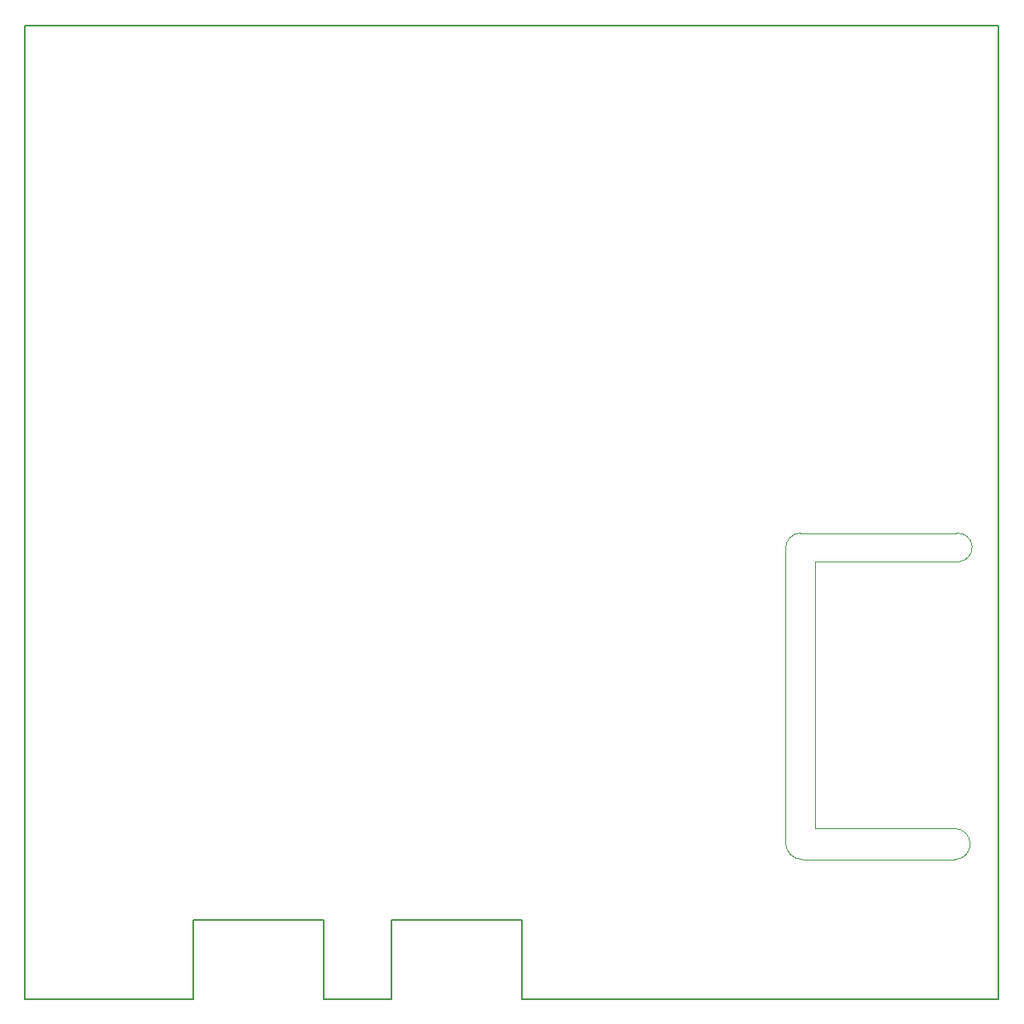
<source format=gbr>
G04 #@! TF.FileFunction,Profile,NP*
%FSLAX46Y46*%
G04 Gerber Fmt 4.6, Leading zero omitted, Abs format (unit mm)*
G04 Created by KiCad (PCBNEW 4.0.4-stable) date 11/13/16 23:18:12*
%MOMM*%
%LPD*%
G01*
G04 APERTURE LIST*
%ADD10C,0.100000*%
%ADD11C,0.001000*%
%ADD12C,0.150000*%
G04 APERTURE END LIST*
D10*
D11*
X225488500Y-115697000D02*
X225552000Y-115697000D01*
X225107500Y-146240500D02*
X209486500Y-146240500D01*
X207772000Y-144526000D02*
G75*
G03X209486500Y-146240500I1714500J0D01*
G01*
X225107500Y-146240500D02*
G75*
G03X226695000Y-144653000I0J1587500D01*
G01*
X226695000Y-144653000D02*
G75*
G03X225107500Y-143065500I-1587500J0D01*
G01*
X210820000Y-115824000D02*
X210820000Y-115697000D01*
X209296000Y-112776000D02*
G75*
G03X207772000Y-114300000I0J-1524000D01*
G01*
X225361500Y-115697000D02*
X225488500Y-115697000D01*
X225552000Y-115697000D02*
G75*
G03X226885500Y-114109500I-127000J1460500D01*
G01*
X226885500Y-114109500D02*
G75*
G03X225298000Y-112776000I-1460500J-127000D01*
G01*
X225298000Y-112776000D02*
X209296000Y-112776000D01*
X207772000Y-144526000D02*
X207772000Y-114300000D01*
X210820000Y-143065500D02*
X225107500Y-143065500D01*
X210820000Y-115824000D02*
X210820000Y-143065500D01*
X225361500Y-115697000D02*
X210820000Y-115697000D01*
D12*
X180721000Y-160528000D02*
X229616000Y-160528000D01*
X180721000Y-152400000D02*
X180721000Y-160528000D01*
X167322500Y-152400000D02*
X180721000Y-152400000D01*
X167322500Y-160528000D02*
X167322500Y-152400000D01*
X160401000Y-160528000D02*
X167322500Y-160528000D01*
X160401000Y-152400000D02*
X160401000Y-160528000D01*
X147002500Y-152400000D02*
X160401000Y-152400000D01*
X147002500Y-160528000D02*
X147002500Y-152400000D01*
X129794000Y-160528000D02*
X147002500Y-160528000D01*
X129794000Y-160528000D02*
X129794000Y-60706000D01*
X229616000Y-60706000D02*
X229616000Y-160528000D01*
X129794000Y-60706000D02*
X229616000Y-60706000D01*
M02*

</source>
